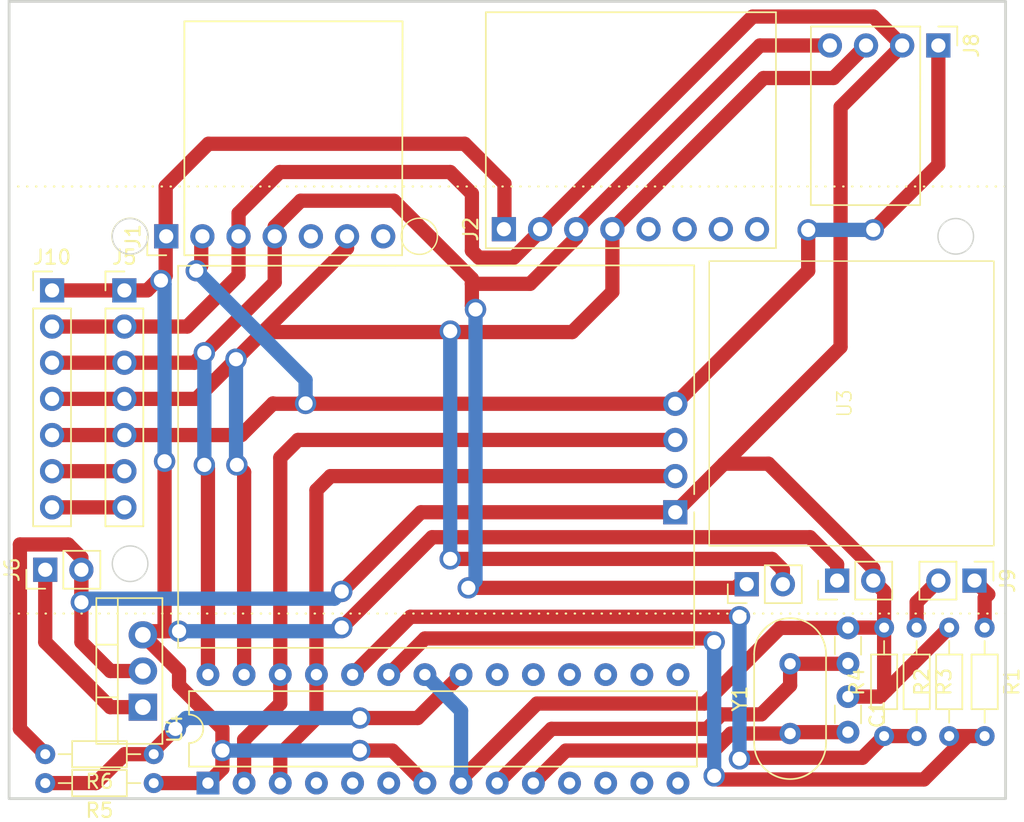
<source format=kicad_pcb>
(kicad_pcb (version 20221018) (generator pcbnew)
  (layers (0 "F.Cu" signal) (31 "B.Cu" signal) (34 "B.Paste" user) (35 "F.Paste" user) (36 "B.SilkS" user "B.Silkscreen") (37 "F.SilkS" user "F.Silkscreen") (38 "B.Mask" user) (39 "F.Mask" user) (44 "Edge.Cuts" user))
  (net 0 "")
  (net 5 "/GND")
  (net 8 "/VCC")
  (net 9 "/SCL")
  (net 10 "/SDA")
  (net 11 "/VBAT")
  (net 12 "/TX")
  (net 13 "/RX")
  (net 14 "/3Vo")
  (net 15 "/BAT")
  (net 16 "/SHUNT")
  (net 17 "/ADC2")
  (net 18 "/ADC3")
  (net 33 "Net-(U4-XTAL1{slash}PB6)")
  (net 34 "Net-(U4-XTAL2{slash}PB7)")
  (net 39 "/AREF")
  (footprint "Connector_PinHeader_2.54mm:PinHeader_1x02_P2.54mm_Vertical" (layer "F.Cu") (at 46.816 27.94 90)
    (fp_text reference "J4" hide)
    (fp_text value "BMM_DAT" hide)
    (fp_line (start -1.33 -1.33) (end 0 -1.33) (stroke (width 0.12)) (layer "F.SilkS"))
    (fp_line (start -1.33 0) (end -1.33 -1.33) (stroke (width 0.12)) (layer "F.SilkS"))
    (fp_line (start -1.33 1.27) (end -1.33 3.87) (stroke (width 0.12)) (layer "F.SilkS"))
    (fp_line (start -1.33 1.27) (end 1.33 1.27) (stroke (width 0.12)) (layer "F.SilkS"))
    (fp_line (start -1.33 3.87) (end 1.33 3.87) (stroke (width 0.12)) (layer "F.SilkS"))
    (fp_line (start 1.33 1.27) (end 1.33 3.87) (stroke (width 0.12)) (layer "F.SilkS"))
    (pad "1" thru_hole rect (at 0 0 90) (size 1.7 1.7) (drill 1) (layers "*.Cu" "*.Mask") (net 9 "/SCL"))
    (pad "2" thru_hole oval (at 0 2.54 90) (size 1.7 1.7) (drill 1) (layers "*.Cu" "*.Mask") (net 10 "/SDA"))
  )
  (footprint "Resistor_THT:R_Axial_DIN0204_L3.6mm_D1.6mm_P7.62mm_Horizontal" (layer "F.Cu") (at 58.754 30.988 -90)
    (fp_text reference "R3" (at 3.81 -1.92 90) (layer "F.SilkS"))
    (fp_text value "R")
    (fp_line (start 0.94 0) (end 1.89 0) (stroke (width 0.12)) (layer "F.SilkS"))
    (fp_line (start 1.89 -0.92) (end 1.89 0.92) (stroke (width 0.12)) (layer "F.SilkS"))
    (fp_line (start 1.89 0.92) (end 5.73 0.92) (stroke (width 0.12)) (layer "F.SilkS"))
    (fp_line (start 5.73 -0.92) (end 1.89 -0.92) (stroke (width 0.12)) (layer "F.SilkS"))
    (fp_line (start 5.73 0.92) (end 5.73 -0.92) (stroke (width 0.12)) (layer "F.SilkS"))
    (fp_line (start 6.68 0) (end 5.73 0) (stroke (width 0.12)) (layer "F.SilkS"))
    (pad "1" thru_hole circle (at 0 0 270) (size 1.4 1.4) (drill 0.7) (layers "*.Cu" "*.Mask") (net 16 "/SHUNT"))
    (pad "2" thru_hole oval (at 7.62 0 270) (size 1.4 1.4) (drill 0.7) (layers "*.Cu" "*.Mask") (net 18 "/ADC3"))
  )
  (footprint "Resistor_THT:R_Axial_DIN0204_L3.6mm_D1.6mm_P7.62mm_Horizontal" (layer "F.Cu") (at 56.468 38.608 90)
    (fp_text reference "R4" (at 3.81 -1.92 90) (layer "F.SilkS"))
    (fp_text value "R")
    (fp_line (start 0.94 0) (end 1.89 0) (stroke (width 0.12)) (layer "F.SilkS"))
    (fp_line (start 1.89 -0.92) (end 1.89 0.92) (stroke (width 0.12)) (layer "F.SilkS"))
    (fp_line (start 1.89 0.92) (end 5.73 0.92) (stroke (width 0.12)) (layer "F.SilkS"))
    (fp_line (start 5.73 -0.92) (end 1.89 -0.92) (stroke (width 0.12)) (layer "F.SilkS"))
    (fp_line (start 5.73 0.92) (end 5.73 -0.92) (stroke (width 0.12)) (layer "F.SilkS"))
    (fp_line (start 6.68 0) (end 5.73 0) (stroke (width 0.12)) (layer "F.SilkS"))
    (pad "1" thru_hole circle (at 0 0 90) (size 1.4 1.4) (drill 0.7) (layers "*.Cu" "*.Mask") (net 18 "/ADC3"))
    (pad "2" thru_hole oval (at 7.62 0 90) (size 1.4 1.4) (drill 0.7) (layers "*.Cu" "*.Mask") (net 5 "/GND"))
  )
  (footprint "Package_TO_SOT_THT:TO-220-3_Vertical" (layer "F.Cu") (at 4.398 36.576 90)
    (fp_text reference "U1" hide)
    (fp_text value "LM7805_TO220")
    (fp_line (start -2.58 -3.27) (end -2.58 1.371) (stroke (width 0.12)) (layer "F.SilkS"))
    (fp_line (start -2.58 -3.27) (end 7.66 -3.27) (stroke (width 0.12)) (layer "F.SilkS"))
    (fp_line (start -2.58 -1.76) (end 7.66 -1.76) (stroke (width 0.12)) (layer "F.SilkS"))
    (fp_line (start -2.58 1.371) (end 7.66 1.371) (stroke (width 0.12)) (layer "F.SilkS"))
    (fp_line (start 0.69 -3.27) (end 0.69 -1.76) (stroke (width 0.12)) (layer "F.SilkS"))
    (fp_line (start 4.391 -3.27) (end 4.391 -1.76) (stroke (width 0.12)) (layer "F.SilkS"))
    (fp_line (start 7.66 -3.27) (end 7.66 1.371) (stroke (width 0.12)) (layer "F.SilkS"))
    (pad "1" thru_hole rect (at 0 0 90) (size 1.905 2) (drill 1.1) (layers "*.Cu" "*.Mask") (net 11 "/VBAT"))
    (pad "2" thru_hole oval (at 2.54 0 90) (size 1.905 2) (drill 1.1) (layers "*.Cu" "*.Mask") (net 5 "/GND"))
    (pad "3" thru_hole oval (at 5.08 0 90) (size 1.905 2) (drill 1.1) (layers "*.Cu" "*.Mask") (net 8 "/VCC"))
  )
  (footprint "Connector_PinHeader_2.54mm:PinHeader_1x07_P2.54mm_Vertical" (layer "F.Cu") (at -1.98 7.3)
    (fp_text reference "J10" (at 0 -2.33) (layer "F.SilkS"))
    (fp_text value "Input")
    (fp_line (start -1.33 -1.33) (end 0 -1.33) (stroke (width 0.12)) (layer "F.SilkS"))
    (fp_line (start -1.33 0) (end -1.33 -1.33) (stroke (width 0.12)) (layer "F.SilkS"))
    (fp_line (start -1.33 1.27) (end -1.33 16.57) (stroke (width 0.12)) (layer "F.SilkS"))
    (fp_line (start -1.33 1.27) (end 1.33 1.27) (stroke (width 0.12)) (layer "F.SilkS"))
    (fp_line (start -1.33 16.57) (end 1.33 16.57) (stroke (width 0.12)) (layer "F.SilkS"))
    (fp_line (start 1.33 1.27) (end 1.33 16.57) (stroke (width 0.12)) (layer "F.SilkS"))
    (pad "1" thru_hole rect (at 0 0) (size 1.7 1.7) (drill 1) (layers "*.Cu" "*.Mask") (net 8 "/VCC"))
    (pad "2" thru_hole oval (at 0 2.54) (size 1.7 1.7) (drill 1) (layers "*.Cu" "*.Mask") (net 5 "/GND"))
    (pad "3" thru_hole oval (at 0 5.08) (size 1.7 1.7) (drill 1) (layers "*.Cu" "*.Mask") (net 9 "/SCL"))
    (pad "4" thru_hole oval (at 0 7.62) (size 1.7 1.7) (drill 1) (layers "*.Cu" "*.Mask") (net 10 "/SDA"))
    (pad "5" thru_hole oval (at 0 10.16) (size 1.7 1.7) (drill 1) (layers "*.Cu" "*.Mask") (net 14 "/3Vo"))
    (pad "6" thru_hole oval (at 0 12.7) (size 1.7 1.7) (drill 1) (layers "*.Cu" "*.Mask"))
    (pad "7" thru_hole oval (at 0 15.24) (size 1.7 1.7) (drill 1) (layers "*.Cu" "*.Mask"))
  )
  (footprint "Resistor_THT:R_Axial_DIN0204_L3.6mm_D1.6mm_P7.62mm_Horizontal" (layer "F.Cu") (at 5.16 39.878 180)
    (fp_text reference "R6" (at 3.81 -1.92) (layer "F.SilkS"))
    (fp_text value "R")
    (fp_line (start 0.94 0) (end 1.89 0) (stroke (width 0.12)) (layer "F.SilkS"))
    (fp_line (start 1.89 -0.92) (end 1.89 0.92) (stroke (width 0.12)) (layer "F.SilkS"))
    (fp_line (start 1.89 0.92) (end 5.73 0.92) (stroke (width 0.12)) (layer "F.SilkS"))
    (fp_line (start 5.73 -0.92) (end 1.89 -0.92) (stroke (width 0.12)) (layer "F.SilkS"))
    (fp_line (start 5.73 0.92) (end 5.73 -0.92) (stroke (width 0.12)) (layer "F.SilkS"))
    (fp_line (start 6.68 0) (end 5.73 0) (stroke (width 0.12)) (layer "F.SilkS"))
    (pad "1" thru_hole circle (at 0 0 180) (size 1.4 1.4) (drill 0.7) (layers "*.Cu" "*.Mask") (net 39 "/AREF"))
    (pad "2" thru_hole oval (at 7.62 0 180) (size 1.4 1.4) (drill 0.7) (layers "*.Cu" "*.Mask") (net 5 "/GND"))
  )
  (footprint "Resistor_THT:R_Axial_DIN0204_L3.6mm_D1.6mm_P7.62mm_Horizontal" (layer "F.Cu") (at 61.04 38.608 90)
    (fp_text reference "R2" (at 3.81 -1.92 90) (layer "F.SilkS"))
    (fp_text value "R")
    (fp_line (start 0.94 0) (end 1.89 0) (stroke (width 0.12)) (layer "F.SilkS"))
    (fp_line (start 1.89 -0.92) (end 1.89 0.92) (stroke (width 0.12)) (layer "F.SilkS"))
    (fp_line (start 1.89 0.92) (end 5.73 0.92) (stroke (width 0.12)) (layer "F.SilkS"))
    (fp_line (start 5.73 -0.92) (end 1.89 -0.92) (stroke (width 0.12)) (layer "F.SilkS"))
    (fp_line (start 5.73 0.92) (end 5.73 -0.92) (stroke (width 0.12)) (layer "F.SilkS"))
    (fp_line (start 6.68 0) (end 5.73 0) (stroke (width 0.12)) (layer "F.SilkS"))
    (pad "1" thru_hole circle (at 0 0 90) (size 1.4 1.4) (drill 0.7) (layers "*.Cu" "*.Mask") (net 17 "/ADC2"))
    (pad "2" thru_hole oval (at 7.62 0 90) (size 1.4 1.4) (drill 0.7) (layers "*.Cu" "*.Mask") (net 5 "/GND"))
  )
  (footprint "Connector_PinHeader_2.54mm:PinHeader_1x07_P2.54mm_Vertical" (layer "F.Cu") (at 3.5 3.5 90)
    (fp_text reference "J1" (at 0 0.21 90) (layer "F.SilkS"))
    (fp_text value "BMP280")
    (fp_line (start -1.33 1.21) (end 0 1.21) (stroke (width 0.12)) (layer "F.SilkS"))
    (fp_line (start -1.33 2.54) (end -1.33 1.21) (stroke (width 0.12)) (layer "F.SilkS"))
    (fp_line (start -1.33 3.81) (end -1.33 19.11) (stroke (width 0.12)) (layer "F.SilkS"))
    (fp_line (start -1.33 3.81) (end 15.1 3.815) (stroke (width 0.12)) (layer "F.SilkS"))
    (fp_line (start -1.33 19.11) (end 15.1 19.14) (stroke (width 0.12)) (layer "F.SilkS"))
    (fp_line (start 15.1 3.815) (end 15.1 19.14) (stroke (width 0.12)) (layer "F.SilkS"))
    (fp_circle (center 0 0) (end 1.27 0) (stroke (width 0.1)) (fill none) (layer "F.SilkS"))
    (fp_circle (center 0 20.32) (end 1.27 20.32) (stroke (width 0.1)) (fill none) (layer "F.SilkS"))
    (pad "1" thru_hole rect (at 0 2.54 90) (size 1.7 1.7) (drill 1) (layers "*.Cu" "*.Mask") (net 8 "/VCC"))
    (pad "2" thru_hole oval (at 0 5.08 90) (size 1.7 1.7) (drill 1) (layers "*.Cu" "*.Mask") (net 14 "/3Vo"))
    (pad "3" thru_hole oval (at 0 7.62 90) (size 1.7 1.7) (drill 1) (layers "*.Cu" "*.Mask") (net 5 "/GND"))
    (pad "4" thru_hole oval (at 0 10.16 90) (size 1.7 1.7) (drill 1) (layers "*.Cu" "*.Mask") (net 9 "/SCL"))
    (pad "5" thru_hole oval (at 0 12.7 90) (size 1.7 1.7) (drill 1) (layers "*.Cu" "*.Mask"))
    (pad "6" thru_hole oval (at 0 15.24 90) (size 1.7 1.7) (drill 1) (layers "*.Cu" "*.Mask") (net 10 "/SDA"))
    (pad "7" thru_hole oval (at 0 17.78 90) (size 1.7 1.7) (drill 1) (layers "*.Cu" "*.Mask"))
  )
  (footprint "Package_DIP:DIP-28_W7.62mm" (layer "F.Cu") (at 8.97 41.91 90)
    (fp_text reference "U4" (at 3.81 -2.33 90) (layer "F.SilkS"))
    (fp_text value "ATmega328P-P")
    (fp_line (start 1.16 -1.33) (end 1.16 34.35) (stroke (width 0.12)) (layer "F.SilkS"))
    (fp_line (start 1.16 34.35) (end 6.46 34.35) (stroke (width 0.12)) (layer "F.SilkS"))
    (fp_line (start 2.81 -1.33) (end 1.16 -1.33) (stroke (width 0.12)) (layer "F.SilkS"))
    (fp_line (start 6.46 -1.33) (end 4.81 -1.33) (stroke (width 0.12)) (layer "F.SilkS"))
    (fp_line (start 6.46 34.35) (end 6.46 -1.33) (stroke (width 0.12)) (layer "F.SilkS"))
    (fp_arc (start 4.81 -1.33) (mid 3.81 -0.33) (end 2.81 -1.33) (stroke (width 0.12)) (layer "F.SilkS"))
    (pad "1" thru_hole rect (at 0 0 90) (size 1.6 1.6) (drill 0.8) (layers "*.Cu" "*.Mask") (net 8 "/VCC"))
    (pad "2" thru_hole oval (at 0 2.54 90) (size 1.6 1.6) (drill 0.8) (layers "*.Cu" "*.Mask") (net 13 "/RX"))
    (pad "3" thru_hole oval (at 0 5.08 90) (size 1.6 1.6) (drill 0.8) (layers "*.Cu" "*.Mask") (net 12 "/TX"))
    (pad "4" thru_hole oval (at 0 7.62 90) (size 1.6 1.6) (drill 0.8) (layers "*.Cu" "*.Mask"))
    (pad "5" thru_hole oval (at 0 10.16 90) (size 1.6 1.6) (drill 0.8) (layers "*.Cu" "*.Mask"))
    (pad "6" thru_hole oval (at 0 12.7 90) (size 1.6 1.6) (drill 0.8) (layers "*.Cu" "*.Mask"))
    (pad "7" thru_hole oval (at 0 15.24 90) (size 1.6 1.6) (drill 0.8) (layers "*.Cu" "*.Mask") (net 8 "/VCC"))
    (pad "8" thru_hole oval (at 0 17.78 90) (size 1.6 1.6) (drill 0.8) (layers "*.Cu" "*.Mask") (net 5 "/GND"))
    (pad "9" thru_hole oval (at 0 20.32 90) (size 1.6 1.6) (drill 0.8) (layers "*.Cu" "*.Mask") (net 33 "Net-(U4-XTAL1{slash}PB6)"))
    (pad "10" thru_hole oval (at 0 22.86 90) (size 1.6 1.6) (drill 0.8) (layers "*.Cu" "*.Mask") (net 34 "Net-(U4-XTAL2{slash}PB7)"))
    (pad "11" thru_hole oval (at 0 25.4 90) (size 1.6 1.6) (drill 0.8) (layers "*.Cu" "*.Mask"))
    (pad "12" thru_hole oval (at 0 27.94 90) (size 1.6 1.6) (drill 0.8) (layers "*.Cu" "*.Mask"))
    (pad "13" thru_hole oval (at 0 30.48 90) (size 1.6 1.6) (drill 0.8) (layers "*.Cu" "*.Mask"))
    (pad "14" thru_hole oval (at 0 33.02 90) (size 1.6 1.6) (drill 0.8) (layers "*.Cu" "*.Mask"))
    (pad "15" thru_hole oval (at 7.62 33.02 90) (size 1.6 1.6) (drill 0.8) (layers "*.Cu" "*.Mask"))
    (pad "16" thru_hole oval (at 7.62 30.48 90) (size 1.6 1.6) (drill 0.8) (layers "*.Cu" "*.Mask"))
    (pad "17" thru_hole oval (at 7.62 27.94 90) (size 1.6 1.6) (drill 0.8) (layers "*.Cu" "*.Mask"))
    (pad "18" thru_hole oval (at 7.62 25.4 90) (size 1.6 1.6) (drill 0.8) (layers "*.Cu" "*.Mask"))
    (pad "19" thru_hole oval (at 7.62 22.86 90) (size 1.6 1.6) (drill 0.8) (layers "*.Cu" "*.Mask"))
    (pad "20" thru_hole oval (at 7.62 20.32 90) (size 1.6 1.6) (drill 0.8) (layers "*.Cu" "*.Mask"))
    (pad "21" thru_hole oval (at 7.62 17.78 90) (size 1.6 1.6) (drill 0.8) (layers "*.Cu" "*.Mask") (net 39 "/AREF"))
    (pad "22" thru_hole oval (at 7.62 15.24 90) (size 1.6 1.6) (drill 0.8) (layers "*.Cu" "*.Mask") (net 5 "/GND"))
    (pad "23" thru_hole oval (at 7.62 12.7 90) (size 1.6 1.6) (drill 0.8) (layers "*.Cu" "*.Mask") (net 17 "/ADC2"))
    (pad "24" thru_hole oval (at 7.62 10.16 90) (size 1.6 1.6) (drill 0.8) (layers "*.Cu" "*.Mask") (net 18 "/ADC3"))
    (pad "25" thru_hole oval (at 7.62 7.62 90) (size 1.6 1.6) (drill 0.8) (layers "*.Cu" "*.Mask"))
    (pad "26" thru_hole oval (at 7.62 5.08 90) (size 1.6 1.6) (drill 0.8) (layers "*.Cu" "*.Mask"))
    (pad "27" thru_hole oval (at 7.62 2.54 90) (size 1.6 1.6) (drill 0.8) (layers "*.Cu" "*.Mask") (net 10 "/SDA"))
    (pad "28" thru_hole oval (at 7.62 0 90) (size 1.6 1.6) (drill 0.8) (layers "*.Cu" "*.Mask") (net 9 "/SCL"))
  )
  (footprint "Crystal:Crystal_HC18-U_Vertical" (layer "F.Cu") (at 49.864 38.428 90)
    (fp_text reference "Y1" (at 2.45 -3.525 90) (layer "F.SilkS"))
    (fp_text value "Crystal")
    (fp_line (start -0.675 -2.525) (end 5.575 -2.525) (stroke (width 0.12)) (layer "F.SilkS"))
    (fp_line (start -0.675 2.525) (end 5.575 2.525) (stroke (width 0.12)) (layer "F.SilkS"))
    (fp_arc (start -0.675 2.525) (mid -3.2 0) (end -0.675 -2.525) (stroke (width 0.12)) (layer "F.SilkS"))
    (fp_arc (start 5.575 -2.525) (mid 8.1 0) (end 5.575 2.525) (stroke (width 0.12)) (layer "F.SilkS"))
    (pad "1" thru_hole circle (at 0 0 90) (size 1.5 1.5) (drill 0.8) (layers "*.Cu" "*.Mask") (net 34 "Net-(U4-XTAL2{slash}PB7)"))
    (pad "2" thru_hole circle (at 4.9 0 90) (size 1.5 1.5) (drill 0.8) (layers "*.Cu" "*.Mask") (net 33 "Net-(U4-XTAL1{slash}PB6)"))
  )
  (footprint "Capacitor_THT:C_Disc_D3.0mm_W1.6mm_P2.50mm" (layer "F.Cu") (at 53.928 35.834 -90)
    (fp_text reference "C1" (at 1.25 -2.05 90) (layer "F.SilkS"))
    (fp_text value "47p")
    (fp_line (start 0.621 -0.92) (end 1.879 -0.92) (stroke (width 0.12)) (layer "F.SilkS"))
    (fp_line (start 0.621 0.92) (end 1.879 0.92) (stroke (width 0.12)) (layer "F.SilkS"))
    (pad "1" thru_hole circle (at 0 0 270) (size 1.6 1.6) (drill 0.8) (layers "*.Cu" "*.Mask") (net 5 "/GND"))
    (pad "2" thru_hole circle (at 2.5 0 270) (size 1.6 1.6) (drill 0.8) (layers "*.Cu" "*.Mask") (net 34 "Net-(U4-XTAL2{slash}PB7)"))
  )
  (footprint "Connector_PinHeader_2.54mm:PinHeader_1x02_P2.54mm_Vertical" (layer "F.Cu") (at 62.818 27.686 -90)
    (fp_text reference "J9" (at 0 -2.33 90) (layer "F.SilkS"))
    (fp_text value "EXT")
    (fp_line (start -1.33 -1.33) (end 0 -1.33) (stroke (width 0.12)) (layer "F.SilkS"))
    (fp_line (start -1.33 0) (end -1.33 -1.33) (stroke (width 0.12)) (layer "F.SilkS"))
    (fp_line (start -1.33 1.27) (end -1.33 3.87) (stroke (width 0.12)) (layer "F.SilkS"))
    (fp_line (start -1.33 1.27) (end 1.33 1.27) (stroke (width 0.12)) (layer "F.SilkS"))
    (fp_line (start -1.33 3.87) (end 1.33 3.87) (stroke (width 0.12)) (layer "F.SilkS"))
    (fp_line (start 1.33 1.27) (end 1.33 3.87) (stroke (width 0.12)) (layer "F.SilkS"))
    (pad "1" thru_hole rect (at 0 0 270) (size 1.7 1.7) (drill 1) (layers "*.Cu" "*.Mask") (net 15 "/BAT"))
    (pad "2" thru_hole oval (at 0 2.54 270) (size 1.7 1.7) (drill 1) (layers "*.Cu" "*.Mask") (net 16 "/SHUNT"))
  )
  (footprint "Resistor_THT:R_Axial_DIN0204_L3.6mm_D1.6mm_P7.62mm_Horizontal" (layer "F.Cu") (at 5.16 41.91 180)
    (fp_text reference "R5" (at 3.81 -1.92) (layer "F.SilkS"))
    (fp_text value "R")
    (fp_line (start 0.94 0) (end 1.89 0) (stroke (width 0.12)) (layer "F.SilkS"))
    (fp_line (start 1.89 -0.92) (end 1.89 0.92) (stroke (width 0.12)) (layer "F.SilkS"))
    (fp_line (start 1.89 0.92) (end 5.73 0.92) (stroke (width 0.12)) (layer "F.SilkS"))
    (fp_line (start 5.73 -0.92) (end 1.89 -0.92) (stroke (width 0.12)) (layer "F.SilkS"))
    (fp_line (start 5.73 0.92) (end 5.73 -0.92) (stroke (width 0.12)) (layer "F.SilkS"))
    (fp_line (start 6.68 0) (end 5.73 0) (stroke (width 0.12)) (layer "F.SilkS"))
    (pad "1" thru_hole circle (at 0 0 180) (size 1.4 1.4) (drill 0.7) (layers "*.Cu" "*.Mask") (net 8 "/VCC"))
    (pad "2" thru_hole oval (at 7.62 0 180) (size 1.4 1.4) (drill 0.7) (layers "*.Cu" "*.Mask") (net 39 "/AREF"))
  )
  (footprint "Capacitor_THT:C_Disc_D3.0mm_W1.6mm_P2.50mm" (layer "F.Cu") (at 53.928 31.008 -90)
    (fp_text reference "C2" hide)
    (fp_text value "47p")
    (fp_line (start 0.621 -0.92) (end 1.879 -0.92) (stroke (width 0.12)) (layer "F.SilkS"))
    (fp_line (start 0.621 0.92) (end 1.879 0.92) (stroke (width 0.12)) (layer "F.SilkS"))
    (pad "1" thru_hole circle (at 0 0 270) (size 1.6 1.6) (drill 0.8) (layers "*.Cu" "*.Mask") (net 5 "/GND"))
    (pad "2" thru_hole circle (at 2.5 0 270) (size 1.6 1.6) (drill 0.8) (layers "*.Cu" "*.Mask") (net 33 "Net-(U4-XTAL1{slash}PB6)"))
  )
  (footprint "Connector_PinHeader_2.54mm:PinHeader_1x02_P2.54mm_Vertical" (layer "F.Cu") (at 53.166 27.686 90)
    (fp_text reference "J3" hide)
    (fp_text value "BMM_PWR")
    (fp_line (start -1.33 -1.33) (end 0 -1.33) (stroke (width 0.12)) (layer "F.SilkS"))
    (fp_line (start -1.33 0) (end -1.33 -1.33) (stroke (width 0.12)) (layer "F.SilkS"))
    (fp_line (start -1.33 1.27) (end -1.33 3.87) (stroke (width 0.12)) (layer "F.SilkS"))
    (fp_line (start -1.33 1.27) (end 1.33 1.27) (stroke (width 0.12)) (layer "F.SilkS"))
    (fp_line (start -1.33 3.87) (end 1.33 3.87) (stroke (width 0.12)) (layer "F.SilkS"))
    (fp_line (start 1.33 1.27) (end 1.33 3.87) (stroke (width 0.12)) (layer "F.SilkS"))
    (pad "1" thru_hole rect (at 0 0 90) (size 1.7 1.7) (drill 1) (layers "*.Cu" "*.Mask") (net 8 "/VCC"))
    (pad "2" thru_hole oval (at 0 2.54 90) (size 1.7 1.7) (drill 1) (layers "*.Cu" "*.Mask") (net 5 "/GND"))
  )
  (footprint "Library:BMM150" (layer "F.Cu") (at 54.182 15.24 90)
    (fp_text reference "U3" (at 0 -0.5 90 unlocked) (layer "F.SilkS") (effects (font (thickness 0.1))))
    (fp_text value "~")
    (fp_rect (start -10 -10) (end 10 10) (stroke (width 0.1)) (fill none) (layer "F.SilkS"))
  )
  (footprint "Library:GPS Neo-6M" (layer "F.Cu") (at 41.7975 22.885 180)
    (fp_text reference "J7" hide)
    (fp_text value "GPS")
    (fp_line (start -1.33 -9.525) (end 34.925 -9.525) (stroke (width 0.12)) (layer "F.SilkS"))
    (fp_line (start -1.33 0) (end -1.33 -9.525) (stroke (width 0.12)) (layer "F.SilkS"))
    (fp_line (start -1.33 1.27) (end -1.33 17.345) (stroke (width 0.12)) (layer "F.SilkS"))
    (fp_line (start -1.33 17.345) (end 34.925 17.315) (stroke (width 0.12)) (layer "F.SilkS"))
    (fp_line (start 34.925 -9.525) (end 34.925 17.315) (stroke (width 0.12)) (layer "F.SilkS"))
    (pad "1" thru_hole rect (at 0 0 180) (size 1.7 1.7) (drill 1) (layers "*.Cu" "*.Mask") (net 5 "/GND"))
    (pad "2" thru_hole oval (at 0 2.54 180) (size 1.7 1.7) (drill 1) (layers "*.Cu" "*.Mask") (net 12 "/TX"))
    (pad "3" thru_hole oval (at 0 5.08 180) (size 1.7 1.7) (drill 1) (layers "*.Cu" "*.Mask") (net 13 "/RX"))
    (pad "4" thru_hole oval (at 0 7.62 180) (size 1.7 1.7) (drill 1) (layers "*.Cu" "*.Mask") (net 14 "/3Vo"))
  )
  (footprint "Connector_PinHeader_2.54mm:PinHeader_1x02_P2.54mm_Vertical" (layer "F.Cu") (at -2.46 26.924 90)
    (fp_text reference "J6" (at 0 -2.33 90) (layer "F.SilkS"))
    (fp_text value "BAT" hide)
    (fp_line (start -1.33 -1.33) (end 0 -1.33) (stroke (width 0.12)) (layer "F.SilkS"))
    (fp_line (start -1.33 0) (end -1.33 -1.33) (stroke (width 0.12)) (layer "F.SilkS"))
    (fp_line (start -1.33 1.27) (end -1.33 3.87) (stroke (width 0.12)) (layer "F.SilkS"))
    (fp_line (start -1.33 1.27) (end 1.33 1.27) (stroke (width 0.12)) (layer "F.SilkS"))
    (fp_line (start -1.33 3.87) (end 1.33 3.87) (stroke (width 0.12)) (layer "F.SilkS"))
    (fp_line (start 1.33 1.27) (end 1.33 3.87) (stroke (width 0.12)) (layer "F.SilkS"))
    (pad "1" thru_hole rect (at 0 0 90) (size 1.7 1.7) (drill 1) (layers "*.Cu" "*.Mask") (net 11 "/VBAT"))
    (pad "2" thru_hole oval (at 0 2.54 90) (size 1.7 1.7) (drill 1) (layers "*.Cu" "*.Mask") (net 5 "/GND"))
  )
  (footprint "Resistor_THT:R_Axial_DIN0204_L3.6mm_D1.6mm_P7.62mm_Horizontal" (layer "F.Cu") (at 63.53 30.988 -90)
    (fp_text reference "R1" (at 3.81 -1.92 90) (layer "F.SilkS"))
    (fp_text value "R")
    (fp_line (start 0.94 0) (end 1.89 0) (stroke (width 0.12)) (layer "F.SilkS"))
    (fp_line (start 1.89 -0.92) (end 1.89 0.92) (stroke (width 0.12)) (layer "F.SilkS"))
    (fp_line (start 1.89 0.92) (end 5.73 0.92) (stroke (width 0.12)) (layer "F.SilkS"))
    (fp_line (start 5.73 -0.92) (end 1.89 -0.92) (stroke (width 0.12)) (layer "F.SilkS"))
    (fp_line (start 5.73 0.92) (end 5.73 -0.92) (stroke (width 0.12)) (layer "F.SilkS"))
    (fp_line (start 6.68 0) (end 5.73 0) (stroke (width 0.12)) (layer "F.SilkS"))
    (pad "1" thru_hole circle (at 0 0 270) (size 1.4 1.4) (drill 0.7) (layers "*.Cu" "*.Mask") (net 15 "/BAT"))
    (pad "2" thru_hole oval (at 7.62 0 270) (size 1.4 1.4) (drill 0.7) (layers "*.Cu" "*.Mask") (net 17 "/ADC2"))
  )
  (footprint "Library:SHT30" (layer "F.Cu") (at 60.278 -9.906 -90)
    (fp_text reference "J8" (at 0 -2.33 90) (layer "F.SilkS"))
    (fp_text value "SHT30")
    (fp_line (start -1.33 -1.33) (end 0 -1.33) (stroke (width 0.12)) (layer "F.SilkS"))
    (fp_line (start -1.33 0) (end -1.33 -1.33) (stroke (width 0.12)) (layer "F.SilkS"))
    (fp_line (start -1.33 1.27) (end -1.33 8.95) (stroke (width 0.12)) (layer "F.SilkS"))
    (fp_line (start -1.33 1.27) (end 11.214 1.28) (stroke (width 0.12)) (layer "F.SilkS"))
    (fp_line (start -1.33 8.95) (end 11.214 8.96) (stroke (width 0.12)) (layer "F.SilkS"))
    (fp_line (start 11.214 1.28) (end 11.214 8.96) (stroke (width 0.12)) (layer "F.SilkS"))
    (pad "1" thru_hole rect (at 0 0 270) (size 1.7 1.7) (drill 1) (layers "*.Cu" "*.Mask") (net 14 "/3Vo"))
    (pad "2" thru_hole oval (at 0 2.54 270) (size 1.7 1.7) (drill 1) (layers "*.Cu" "*.Mask") (net 5 "/GND"))
    (pad "3" thru_hole oval (at 0 5.08 270) (size 1.7 1.7) (drill 1) (layers "*.Cu" "*.Mask") (net 10 "/SDA"))
    (pad "4" thru_hole oval (at 0 7.62 270) (size 1.7 1.7) (drill 1) (layers "*.Cu" "*.Mask") (net 9 "/SCL"))
  )
  (footprint "Connector_PinHeader_2.54mm:PinHeader_1x07_P2.54mm_Vertical" (layer "F.Cu") (at 3.1 7.3)
    (fp_text reference "J5" (at 0 -2.33) (layer "F.SilkS"))
    (fp_text value "Output")
    (fp_line (start -1.33 -1.33) (end 0 -1.33) (stroke (width 0.12)) (layer "F.SilkS"))
    (fp_line (start -1.33 0) (end -1.33 -1.33) (stroke (width 0.12)) (layer "F.SilkS"))
    (fp_line (start -1.33 1.27) (end -1.33 16.57) (stroke (width 0.12)) (layer "F.SilkS"))
    (fp_line (start -1.33 1.27) (end 1.33 1.27) (stroke (width 0.12)) (layer "F.SilkS"))
    (fp_line (start -1.33 16.57) (end 1.33 16.57) (stroke (width 0.12)) (layer "F.SilkS"))
    (fp_line (start 1.33 1.27) (end 1.33 16.57) (stroke (width 0.12)) (layer "F.SilkS"))
    (pad "1" thru_hole rect (at 0 0) (size 1.7 1.7) (drill 1) (layers "*.Cu" "*.Mask") (net 8 "/VCC"))
    (pad "2" thru_hole oval (at 0 2.54) (size 1.7 1.7) (drill 1) (layers "*.Cu" "*.Mask") (net 5 "/GND"))
    (pad "3" thru_hole oval (at 0 5.08) (size 1.7 1.7) (drill 1) (layers "*.Cu" "*.Mask") (net 9 "/SCL"))
    (pad "4" thru_hole oval (at 0 7.62) (size 1.7 1.7) (drill 1) (layers "*.Cu" "*.Mask") (net 10 "/SDA"))
    (pad "5" thru_hole oval (at 0 10.16) (size 1.7 1.7) (drill 1) (layers "*.Cu" "*.Mask") (net 14 "/3Vo"))
    (pad "6" thru_hole oval (at 0 12.7) (size 1.7 1.7) (drill 1) (layers "*.Cu" "*.Mask"))
    (pad "7" thru_hole oval (at 0 15.24) (size 1.7 1.7) (drill 1) (layers "*.Cu" "*.Mask"))
  )
  (footprint "Connector_PinHeader_2.54mm:PinHeader_1x08_P2.54mm_Vertical" (layer "F.Cu") (at 29.76 3 90)
    (fp_text reference "J2" (at 0 -2.33 90) (layer "F.SilkS"))
    (fp_text value "MPU6050")
    (fp_line (start -1.33 -1.27) (end -1.33 19.11) (stroke (width 0.12)) (layer "F.SilkS"))
    (fp_line (start -1.33 -1.27) (end 15.24 -1.27) (stroke (width 0.12)) (layer "F.SilkS"))
    (fp_line (start -1.33 19.11) (end 15.24 19.11) (stroke (width 0.12)) (layer "F.SilkS"))
    (fp_line (start 15.24 -1.27) (end 15.24 19.11) (stroke (width 0.12)) (layer "F.SilkS"))
    (pad "1" thru_hole rect (at 0 0 90) (size 1.7 1.7) (drill 1) (layers "*.Cu" "*.Mask") (net 8 "/VCC"))
    (pad "2" thru_hole oval (at 0 2.54 90) (size 1.7 1.7) (drill 1) (layers "*.Cu" "*.Mask") (net 5 "/GND"))
    (pad "3" thru_hole oval (at 0 5.08 90) (size 1.7 1.7) (drill 1) (layers "*.Cu" "*.Mask") (net 9 "/SCL"))
    (pad "4" thru_hole oval (at 0 7.62 90) (size 1.7 1.7) (drill 1) (layers "*.Cu" "*.Mask") (net 10 "/SDA"))
    (pad "5" thru_hole oval (at 0 10.16 90) (size 1.7 1.7) (drill 1) (layers "*.Cu" "*.Mask"))
    (pad "6" thru_hole oval (at 0 12.7 90) (size 1.7 1.7) (drill 1) (layers "*.Cu" "*.Mask"))
    (pad "7" thru_hole oval (at 0 15.24 90) (size 1.7 1.7) (drill 1) (layers "*.Cu" "*.Mask"))
    (pad "8" thru_hole oval (at 0 17.78 90) (size 1.7 1.7) (drill 1) (layers "*.Cu" "*.Mask"))
  )
  (gr_rect (start -5 0) (end 65 30) (stroke (width 0.15) (type dot)) (fill none) (layer "F.SilkS"))
  (gr_circle (center 3.5 3.5) (end 4.75 3.5) (stroke (width 0.1)) (fill none) (layer "Edge.Cuts"))
  (gr_rect (start -5 -13) (end 65 43) (stroke (width 0.2)) (fill none) (layer "Edge.Cuts"))
  (gr_circle (center 61.5 3.5) (end 62.75 3.5) (stroke (width 0.1)) (fill none) (layer "Edge.Cuts"))
  (gr_circle (center 3.5 26.5) (end 4.75 26.5) (stroke (width 0.1)) (fill none) (layer "Edge.Cuts"))
  (segment (start 27.512 4.512) (end 28 5) (width 1) (layer "F.Cu") (net 5))
  (segment (start 55.706 -11.938) (end 47.238 -11.938) (width 1) (layer "F.Cu") (net 5))
  (segment (start 56.468 28.448) (end 55.706 27.686) (width 1) (layer "F.Cu") (net 5))
  (segment (start 53.409056 -5.577056) (end 57.738 -9.906) (width 1) (layer "F.Cu") (net 5))
  (segment (start -4.238 25.146) (end -0.852656 25.146) (width 1) (layer "F.Cu") (net 5))
  (segment (start 55.706 26.840656) (end 48.339594 19.47425) (width 1) (layer "F.Cu") (net 5))
  (segment (start 56.595 35.433) (end 56.194 35.834) (width 1) (layer "F.Cu") (net 5))
  (segment (start 0.08 32.004) (end 2.112 34.036) (width 1) (layer "F.Cu") (net 5))
  (segment (start -4.238 38.1) (end -4.238 25.146) (width 1) (layer "F.Cu") (net 5))
  (segment (start 0.08 26.924) (end 0.08 28.194) (width 1) (layer "F.Cu") (net 5))
  (segment (start 3.1 9.84) (end -1.98 9.84) (width 1) (layer "F.Cu") (net 5))
  (segment (start 18.368 28.448) (end 23.931 22.885) (width 1) (layer "F.Cu") (net 5))
  (segment (start 0.08 28.194) (end 0.08 32.004) (width 1) (layer "F.Cu") (net 5))
  (segment (start 23.931 22.885) (end 41.7975 22.885) (width 1) (layer "F.Cu") (net 5))
  (segment (start 43.55725 21.12525) (end 45.20825 19.47425) (width 1) (layer "F.Cu") (net 5))
  (segment (start 56.468 35.306) (end 56.595 35.433) (width 1) (layer "F.Cu") (net 5))
  (segment (start 55.706 27.686) (end 55.706 26.840656) (width 1) (layer "F.Cu") (net 5))
  (segment (start 0.08 26.078656) (end 0.08 26.924) (width 1) (layer "F.Cu") (net 5))
  (segment (start -2.46 39.878) (end -4.238 38.1) (width 1) (layer "F.Cu") (net 5))
  (segment (start 0.08 29.21) (end 0.08 26.924) (width 1) (layer "F.Cu") (net 5))
  (segment (start 47.238 -11.938) (end 32.3 3) (width 1) (layer "F.Cu") (net 5))
  (segment (start 48.339594 19.47425) (end 45.20825 19.47425) (width 1) (layer "F.Cu") (net 5))
  (segment (start 43.848944 36.322) (end 32.084 36.322) (width 1) (layer "F.Cu") (net 5))
  (segment (start -0.852656 25.146) (end 0.08 26.078656) (width 1) (layer "F.Cu") (net 5))
  (segment (start 53.948 30.988) (end 53.928 31.008) (width 1) (layer "F.Cu") (net 5))
  (segment (start 14.016 -1.016) (end 25.988 -1.016) (width 1) (layer "F.Cu") (net 5))
  (segment (start 30.44995 5) (end 32.3 3.14995) (width 1) (layer "F.Cu") (net 5))
  (segment (start 2.112 34.036) (end 4.398 34.036) (width 1) (layer "F.Cu") (net 5))
  (segment (start 11.12 1.88) (end 14.016 -1.016) (width 1) (layer "F.Cu") (net 5))
  (segment (start 25.988 -1.016) (end 27.512 0.508) (width 1) (layer "F.Cu") (net 5))
  (segment (start 56.468 30.988) (end 56.468 35.306) (width 1) (layer "F.Cu") (net 5))
  (segment (start 26.75 41.656) (end 26.75 41.91) (width 1) (layer "F.Cu") (net 5))
  (segment (start 3.1 9.84) (end 7.512 9.84) (width 1) (layer "F.Cu") (net 5))
  (segment (start 32.3 3.14995) (end 32.3 3) (width 1) (layer "F.Cu") (net 5))
  (segment (start 61.04 30.988) (end 56.595 35.433) (width 1) (layer "F.Cu") (net 5))
  (segment (start 32.084 36.322) (end 26.75 41.656) (width 1) (layer "F.Cu") (net 5))
  (segment (start 53.409056 11.273444) (end 53.409056 -5.577056) (width 1) (layer "F.Cu") (net 5))
  (segment (start 57.738 -9.906) (end 55.706 -11.938) (width 1) (layer "F.Cu") (net 5))
  (segment (start 41.7975 22.885) (end 43.55725 21.12525) (width 1) (layer "F.Cu") (net 5))
  (segment (start 56.194 35.834) (end 53.928 35.834) (width 1) (layer "F.Cu") (net 5))
  (segment (start 56.468 30.988) (end 53.948 30.988) (width 1) (layer "F.Cu") (net 5))
  (segment (start 27.512 0.508) (end 27.512 4.512) (width 1) (layer "F.Cu") (net 5))
  (segment (start 45.20825 19.47425) (end 53.409056 11.273444) (width 1) (layer "F.Cu") (net 5))
  (segment (start 11.12 6.232) (end 11.12 1.88) (width 1) (layer "F.Cu") (net 5))
  (segment (start 56.468 30.988) (end 56.468 28.448) (width 1) (layer "F.Cu") (net 5))
  (segment (start 49.162944 31.008) (end 43.848944 36.322) (width 1) (layer "F.Cu") (net 5))
  (segment (start 7.512 9.84) (end 11.12 6.232) (width 1) (layer "F.Cu") (net 5))
  (segment (start 53.928 31.008) (end 49.162944 31.008) (width 1) (layer "F.Cu") (net 5))
  (segment (start 28 5) (end 30.44995 5) (width 1) (layer "F.Cu") (net 5))
  (via (at 0.08 29.21) (size 1.5) (drill 1) (layers "F.Cu" "B.Cu") (net 5))
  (via (at 18.368 28.448) (size 1.5) (drill 1) (layers "F.Cu" "B.Cu") (net 5))
  (segment (start 17.86 28.956) (end 18.368 28.448) (width 1) (layer "B.Cu") (net 5))
  (segment (start 0.334 28.956) (end 17.86 28.956) (width 1) (layer "B.Cu") (net 5))
  (segment (start 26.75 41.91) (end 26.75 36.83) (width 1) (layer "B.Cu") (net 5))
  (segment (start 26.75 36.83) (end 24.21 34.29) (width 1) (layer "B.Cu") (net 5))
  (segment (start 0.08 29.21) (end 0.334 28.956) (width 1) (layer "B.Cu") (net 5))
  (segment (start 6 6.272) (end 5.668 6.604) (width 1) (layer "F.Cu") (net 8))
  (segment (start 5.922 31.242) (end 4.652 31.242) (width 1) (layer "F.Cu") (net 8))
  (segment (start 29.76 3) (end 29.798 2.962) (width 1) (layer "F.Cu") (net 8))
  (segment (start 6 0) (end 6 6.272) (width 1) (layer "F.Cu") (net 8))
  (segment (start 9.986 39.624) (end 9.986 40.894) (width 1) (layer "F.Cu") (net 8))
  (segment (start 9.986 38.1) (end 6.938 35.052) (width 1) (layer "F.Cu") (net 8))
  (segment (start 21.924 39.624) (end 19.638 39.624) (width 1) (layer "F.Cu") (net 8))
  (segment (start 29.798 -0.202) (end 27 -3) (width 1) (layer "F.Cu") (net 8))
  (segment (start -1.98 7.3) (end 3.1 7.3) (width 1) (layer "F.Cu") (net 8))
  (segment (start 5.396 6.604) (end 5.668 6.604) (width 1) (layer "F.Cu") (net 8))
  (segment (start 9 -3) (end 6 0) (width 1) (layer "F.Cu") (net 8))
  (segment (start 24.718 24.638) (end 18.368 30.988) (width 1) (layer "F.Cu") (net 8))
  (segment (start 51.261 24.638) (end 24.718 24.638) (width 1) (layer "F.Cu") (net 8))
  (segment (start 29.798 2.962) (end 29.798 -0.202) (width 1) (layer "F.Cu") (net 8))
  (segment (start 3.1 7.3) (end 4.7 7.3) (width 1) (layer "F.Cu") (net 8))
  (segment (start 9.986 39.624) (end 9.986 38.1) (width 1) (layer "F.Cu") (net 8))
  (segment (start 9.986 40.894) (end 8.97 41.91) (width 1) (layer "F.Cu") (net 8))
  (segment (start 6.938 34.036) (end 4.398 31.496) (width 1) (layer "F.Cu") (net 8))
  (segment (start 53.166 26.543) (end 51.261 24.638) (width 1) (layer "F.Cu") (net 8))
  (segment (start 53.166 27.686) (end 53.166 26.543) (width 1) (layer "F.Cu") (net 8))
  (segment (start 27 -3) (end 9 -3) (width 1) (layer "F.Cu") (net 8))
  (segment (start 5.922 31.242) (end 5.922 19.304) (width 1) (layer "F.Cu") (net 8))
  (segment (start 4.7 7.3) (end 5.396 6.604) (width 1) (layer "F.Cu") (net 8))
  (segment (start 24.21 41.91) (end 21.924 39.624) (width 1) (layer "F.Cu") (net 8))
  (segment (start 6.938 31.242) (end 5.922 31.242) (width 1) (layer "F.Cu") (net 8))
  (segment (start 5.16 41.91) (end 8.97 41.91) (width 1) (layer "F.Cu") (net 8))
  (segment (start 4.652 31.242) (end 4.398 31.496) (width 1) (layer "F.Cu") (net 8))
  (segment (start 6.938 35.052) (end 6.938 34.036) (width 1) (layer "F.Cu") (net 8))
  (via (at 18.368 30.988) (size 1.5) (drill 1) (layers "F.Cu" "B.Cu") (net 8))
  (via (at 6.938 31.242) (size 1.5) (drill 1) (layers "F.Cu" "B.Cu") (net 8))
  (via (at 5.668 6.604) (size 1.5) (drill 1) (layers "F.Cu" "B.Cu") (net 8))
  (via (at 5.922 19.304) (size 1.5) (drill 1) (layers "F.Cu" "B.Cu") (net 8))
  (via (at 19.638 39.624) (size 1.5) (drill 1) (layers "F.Cu" "B.Cu") (net 8))
  (via (at 9.986 39.624) (size 1.5) (drill 1) (layers "F.Cu" "B.Cu") (net 8))
  (segment (start 6.938 31.242) (end 18.114 31.242) (width 1) (layer "B.Cu") (net 8))
  (segment (start 18.114 31.242) (end 18.368 30.988) (width 1) (layer "B.Cu") (net 8))
  (segment (start 19.638 39.624) (end 9.986 39.624) (width 1) (layer "B.Cu") (net 8))
  (segment (start 5.922 6.858) (end 5.668 6.604) (width 1) (layer "B.Cu") (net 8))
  (segment (start 5.922 19.304) (end 5.922 6.858) (width 1) (layer "B.Cu") (net 8))
  (segment (start 13.66 6.74) (end 13.66 2.82625) (width 1) (layer "F.Cu") (net 9))
  (segment (start 22.0295 1) (end 27.512 6.4825) (width 1) (layer "F.Cu") (net 9))
  (segment (start -1.98 12.38) (end 3.1 12.38) (width 1) (layer "F.Cu") (net 9))
  (segment (start 34.84 3.594) (end 31.59775 6.83625) (width 1) (layer "F.Cu") (net 9))
  (segment (start 27.512 8.382) (end 27.512 6.83625) (width 1) (layer "F.Cu") (net 9))
  (segment (start 15.48625 1) (end 22.0295 1) (width 1) (layer "F.Cu") (net 9))
  (segment (start 31.59775 6.83625) (end 27.512 6.83625) (width 1) (layer "F.Cu") (net 9))
  (segment (start 34.84 3) (end 47.746 -9.906) (width 1) (layer "F.Cu") (net 9))
  (segment (start 3.1 12.38) (end 8.02 12.38) (width 1) (layer "F.Cu") (net 9))
  (segment (start 13.66 2.82625) (end 15.48625 1) (width 1) (layer "F.Cu") (net 9))
  (segment (start 8.97 19.812) (end 8.716 19.558) (width 1) (layer "F.Cu") (net 9))
  (segment (start 8.97 34.29) (end 8.97 19.812) (width 1) (layer "F.Cu") (net 9))
  (segment (start 8.02 12.38) (end 13.66 6.74) (width 1) (layer "F.Cu") (net 9))
  (segment (start 34.84 3) (end 34.84 3.594) (width 1) (layer "F.Cu") (net 9))
  (segment (start 46.562 27.686) (end 46.054 28.194) (width 1) (layer "F.Cu") (net 9))
  (segment (start 46.054 28.194) (end 27.258 28.194) (width 1) (layer "F.Cu") (net 9))
  (segment (start 27.512 6.4825) (end 27.512 6.83625) (width 1) (layer "F.Cu") (net 9))
  (segment (start 27.766 8.636) (end 27.512 8.382) (width 1) (layer "F.Cu") (net 9))
  (segment (start 47.746 -9.906) (end 52.658 -9.906) (width 1) (layer "F.Cu") (net 9))
  (via (at 27.258 28.194) (size 1.5) (drill 1) (layers "F.Cu" "B.Cu") (net 9))
  (via (at 8.716 19.558) (size 1.5) (drill 1) (layers "F.Cu" "B.Cu") (net 9))
  (via (at 8.716 11.684) (size 1.5) (drill 1) (layers "F.Cu" "B.Cu") (net 9))
  (via (at 27.766 8.636) (size 1.5) (drill 1) (layers "F.Cu" "B.Cu") (net 9))
  (segment (start 8.716 11.684) (end 8.716 19.558) (width 1) (layer "B.Cu") (net 9))
  (segment (start 27.766 27.686) (end 27.766 8.636) (width 1) (layer "B.Cu") (net 9))
  (segment (start 27.258 28.194) (end 27.766 27.686) (width 1) (layer "B.Cu") (net 9))
  (segment (start 12.84625 10.22625) (end 15.03625 8.03625) (width 1) (layer "F.Cu") (net 10))
  (segment (start 37.38 3) (end 37.38 7.404) (width 1) (layer "F.Cu") (net 10))
  (segment (start 49.356 27.94) (end 49.356 26.924) (width 1) (layer "F.Cu") (net 10))
  (segment (start 3.1 14.92) (end 8.1525 14.92) (width 1) (layer "F.Cu") (net 10))
  (segment (start 48.594 26.162) (end 25.988 26.162) (width 1) (layer "F.Cu") (net 10))
  (segment (start 11.51 34.29) (end 11.51 20.066) (width 1) (layer "F.Cu") (net 10))
  (segment (start 8.1525 14.92) (end 15.03625 8.03625) (width 1) (layer "F.Cu") (net 10))
  (segment (start 15.03625 8.03625) (end 18.74 4.3325) (width 1) (layer "F.Cu") (net 10))
  (segment (start 18.74 4.3325) (end 18.74 3.5) (width 1) (layer "F.Cu") (net 10))
  (segment (start 52.912 -7.62) (end 55.198 -9.906) (width 1) (layer "F.Cu") (net 10))
  (segment (start 49.356 26.924) (end 48.594 26.162) (width 1) (layer "F.Cu") (net 10))
  (segment (start 34.55775 10.22625) (end 12.84625 10.22625) (width 1) (layer "F.Cu") (net 10))
  (segment (start 37.38 7.404) (end 34.55775 10.22625) (width 1) (layer "F.Cu") (net 10))
  (segment (start 48 -7.62) (end 52.912 -7.62) (width 1) (layer "F.Cu") (net 10))
  (segment (start 37.38 3) (end 48 -7.62) (width 1) (layer "F.Cu") (net 10))
  (segment (start 11.51 20.066) (end 11.002 19.558) (width 1) (layer "F.Cu") (net 10))
  (segment (start 3.1 14.92) (end -1.98 14.92) (width 1) (layer "F.Cu") (net 10))
  (via (at 10.94125 12.13125) (size 1.5) (drill 1) (layers "F.Cu" "B.Cu") (net 10))
  (via (at 25.988 10.16) (size 1.5) (drill 1) (layers "F.Cu" "B.Cu") (net 10))
  (via (at 25.988 26.162) (size 1.5) (drill 1) (layers "F.Cu" "B.Cu") (net 10))
  (via (at 11.002 19.558) (size 1.5) (drill 1) (layers "F.Cu" "B.Cu") (net 10))
  (segment (start 10.94125 12.13125) (end 10.94125 19.49725) (width 1) (layer "B.Cu") (net 10))
  (segment (start 25.988 26.162) (end 25.988 10.16) (width 1) (layer "B.Cu") (net 10))
  (segment (start 10.94125 19.49725) (end 11.002 19.558) (width 1) (layer "B.Cu") (net 10))
  (segment (start 2.112 36.576) (end 4.398 36.576) (width 1) (layer "F.Cu") (net 11))
  (segment (start -2.46 32.004) (end 2.112 36.576) (width 1) (layer "F.Cu") (net 11))
  (segment (start -2.46 26.924) (end -2.46 32.004) (width 1) (layer "F.Cu") (net 11))
  (segment (start 14.05 41.91) (end 14.05 39.878) (width 1) (layer "F.Cu") (net 12))
  (segment (start 41.7975 20.345) (end 17.581 20.345) (width 1) (layer "F.Cu") (net 12))
  (segment (start 14.05 39.878) (end 16.59 37.338) (width 1) (layer "F.Cu") (net 12))
  (segment (start -1.98 22.54) (end 3.1 22.54) (width 1) (layer "F.Cu") (net 12))
  (segment (start 16.59 37.338) (end 16.59 34.29) (width 1) (layer "F.Cu") (net 12))
  (segment (start 16.59 34.29) (end 16.59 21.336) (width 1) (layer "F.Cu") (net 12))
  (segment (start 16.59 21.336) (end 17.581 20.345) (width 1) (layer "F.Cu") (net 12))
  (segment (start 15.295 17.805) (end 41.7975 17.805) (width 1) (layer "F.Cu") (net 13))
  (segment (start 11.51 41.91) (end 11.51 38.862) (width 1) (layer "F.Cu") (net 13))
  (segment (start 14.05 19.05) (end 15.295 17.805) (width 1) (layer "F.Cu") (net 13))
  (segment (start 11.51 38.862) (end 14.05 36.322) (width 1) (layer "F.Cu") (net 13))
  (segment (start 14.05 34.29) (end 14.05 19.05) (width 1) (layer "F.Cu") (net 13))
  (segment (start 14.05 36.322) (end 14.05 34.29) (width 1) (layer "F.Cu") (net 13))
  (segment (start 3.1 20) (end -1.98 20) (width 1) (layer "F.Cu") (net 13))
  (segment (start 8.14975 5.91625) (end 8.5 5.566) (width 1) (layer "F.Cu") (net 14))
  (segment (start 55.706 3.048) (end 60.278 -1.524) (width 1) (layer "F.Cu") (net 14))
  (segment (start 51.134 5.9285) (end 51.134 3.048) (width 1) (layer "F.Cu") (net 14))
  (segment (start 13.567 15.265) (end 15.803 15.265) (width 1) (layer "F.Cu") (net 14))
  (segment (start 15.803 15.265) (end 15.828 15.24) (width 1) (layer "F.Cu") (net 14))
  (segment (start 41.7975 15.265) (end 51.134 5.9285) (width 1) (layer "F.Cu") (net 14))
  (segment (start -1.98 17.46) (end 3.1 17.46) (width 1) (layer "F.Cu") (net 14))
  (segment (start 13.542 15.24) (end 13.567 15.265) (width 1) (layer "F.Cu") (net 14))
  (segment (start 8.5 5.566) (end 8.5 3.58) (width 1) (layer "F.Cu") (net 14))
  (segment (start 15.828 15.24) (end 15.853 15.265) (width 1) (layer "F.Cu") (net 14))
  (segment (start 60.278 -1.524) (end 60.278 -9.906) (width 1) (layer "F.Cu") (net 14))
  (segment (start 15.853 15.265) (end 41.7975 15.265) (width 1) (layer "F.Cu") (net 14))
  (segment (start 11.322 17.46) (end 13.542 15.24) (width 1) (layer "F.Cu") (net 14))
  (segment (start 8.5 3.58) (end 8.58 3.5) (width 1) (layer "F.Cu") (net 14))
  (segment (start 3.1 17.46) (end 11.322 17.46) (width 1) (layer "F.Cu") (net 14))
  (via (at 8.14975 5.91625) (size 1.5) (drill 1) (layers "F.Cu" "B.Cu") (net 14))
  (via (at 15.828 15.24) (size 1.5) (drill 1) (layers "F.Cu" "B.Cu") (net 14))
  (via (at 51.134 3.048) (size 1.5) (drill 1) (layers "F.Cu" "B.Cu") (net 14))
  (via (at 55.706 3.048) (size 1.5) (drill 1) (layers "F.Cu" "B.Cu") (net 14))
  (segment (start 15.828 13.5945) (end 15.828 15.24) (width 1) (layer "B.Cu") (net 14))
  (segment (start 51.134 3.048) (end 55.706 3.048) (width 1) (layer "B.Cu") (net 14))
  (segment (start 8.14975 5.91625) (end 15.828 13.5945) (width 1) (layer "B.Cu") (net 14))
  (segment (start 63.784 28.652) (end 62.818 27.686) (width 1) (layer "F.Cu") (net 15))
  (segment (start 63.53 30.988) (end 63.53 28.906) (width 1) (layer "F.Cu") (net 15))
  (segment (start 63.53 28.906) (end 63.784 28.652) (width 1) (layer "F.Cu") (net 15))
  (segment (start 60.278 27.686) (end 58.754 29.21) (width 1) (layer "F.Cu") (net 16))
  (segment (start 58.754 29.21) (end 58.754 30.988) (width 1) (layer "F.Cu") (net 16))
  (segment (start 59.262 41.656) (end 62.31 38.608) (width 1) (layer "F.Cu") (net 17))
  (segment (start 44.276 31.75) (end 24.21 31.75) (width 1) (layer "F.Cu") (net 17))
  (segment (start 44.53 32.004) (end 44.276 31.75) (width 1) (layer "F.Cu") (net 17))
  (segment (start 62.31 38.608) (end 61.04 38.608) (width 1) (layer "F.Cu") (net 17))
  (segment (start 63.53 38.608) (end 62.31 38.608) (width 1) (layer "F.Cu") (net 17))
  (segment (start 44.784 41.656) (end 59.262 41.656) (width 1) (layer "F.Cu") (net 17))
  (segment (start 24.21 31.75) (end 21.67 34.29) (width 1) (layer "F.Cu") (net 17))
  (segment (start 44.53 41.402) (end 44.784 41.656) (width 1) (layer "F.Cu") (net 17))
  (via (at 44.53 41.402) (size 1.5) (drill 1) (layers "F.Cu" "B.Cu") (net 17))
  (via (at 44.53 32.004) (size 1.5) (drill 1) (layers "F.Cu" "B.Cu") (net 17))
  (segment (start 44.53 41.402) (end 44.53 32.004) (width 1) (layer "B.Cu") (net 17))
  (segment (start 46.308 40.2065) (end 46.3825 40.132) (width 1) (layer "F.Cu") (net 18))
  (segment (start 58.754 38.608) (end 56.468 38.608) (width 1) (layer "F.Cu") (net 18))
  (segment (start 54.944 40.132) (end 56.468 38.608) (width 1) (layer "F.Cu") (net 18))
  (segment (start 46.308 30.226) (end 23.194 30.226) (width 1) (layer "F.Cu") (net 18))
  (segment (start 46.3825 40.132) (end 54.944 40.132) (width 1) (layer "F.Cu") (net 18))
  (segment (start 23.194 30.226) (end 19.13 34.29) (width 1) (layer "F.Cu") (net 18))
  (via (at 46.308 40.2065) (size 1.5) (drill 1) (layers "F.Cu" "B.Cu") (net 18))
  (via (at 46.308 30.226) (size 1.5) (drill 1) (layers "F.Cu" "B.Cu") (net 18))
  (segment (start 46.308 40.2065) (end 46.308 30.226) (width 1) (layer "B.Cu") (net 18))
  (segment (start 33.1 38.1) (end 29.29 41.91) (width 1) (layer "F.Cu") (net 33))
  (segment (start 45.038 37.084) (end 44.022 38.1) (width 1) (layer "F.Cu") (net 33))
  (segment (start 44.022 38.1) (end 33.1 38.1) (width 1) (layer "F.Cu") (net 33))
  (segment (start 49.864 33.528) (end 49.864 35.052) (width 1) (layer "F.Cu") (net 33))
  (segment (start 53.908 33.528) (end 53.928 33.508) (width 1) (layer "F.Cu") (net 33))
  (segment (start 49.864 35.052) (end 47.832 37.084) (width 1) (layer "F.Cu") (net 33))
  (segment (start 49.864 33.528) (end 53.908 33.528) (width 1) (layer "F.Cu") (net 33))
  (segment (start 47.832 37.084) (end 45.038 37.084) (width 1) (layer "F.Cu") (net 33))
  (segment (start 49.864 38.428) (end 45.70739 38.428) (width 1) (layer "F.Cu") (net 34))
  (segment (start 45.70739 38.428) (end 44.51139 39.624) (width 1) (layer "F.Cu") (net 34))
  (segment (start 34.116 39.624) (end 31.83 41.91) (width 1) (layer "F.Cu") (net 34))
  (segment (start 44.51139 39.624) (end 34.116 39.624) (width 1) (layer "F.Cu") (net 34))
  (segment (start 49.958 38.334) (end 49.864 38.428) (width 1) (layer "F.Cu") (net 34))
  (segment (start 53.928 38.334) (end 49.958 38.334) (width 1) (layer "F.Cu") (net 34))
  (segment (start 19.638 37.338) (end 23.702 37.338) (width 1) (layer "F.Cu") (net 39))
  (segment (start 1.096 41.91) (end 3.128 39.878) (width 1) (layer "F.Cu") (net 39))
  (segment (start 5.16 39.624) (end 6.684 38.1) (width 1) (layer "F.Cu") (net 39))
  (segment (start 5.16 39.878) (end 5.16 39.624) (width 1) (layer "F.Cu") (net 39))
  (segment (start -2.46 41.91) (end 1.096 41.91) (width 1) (layer "F.Cu") (net 39))
  (segment (start 3.128 39.878) (end 5.16 39.878) (width 1) (layer "F.Cu") (net 39))
  (segment (start 23.702 37.338) (end 26.75 34.29) (width 1) (layer "F.Cu") (net 39))
  (via (at 19.638 37.338) (size 1.5) (drill 1) (layers "F.Cu" "B.Cu") (net 39))
  (via (at 6.684 38.1) (size 1.5) (drill 1) (layers "F.Cu" "B.Cu") (net 39))
  (segment (start 6.684 38.1) (end 7.446 37.338) (width 1) (layer "B.Cu") (net 39))
  (segment (start 7.446 37.338) (end 19.638 37.338) (width 1) (layer "B.Cu") (net 39))
)
</source>
